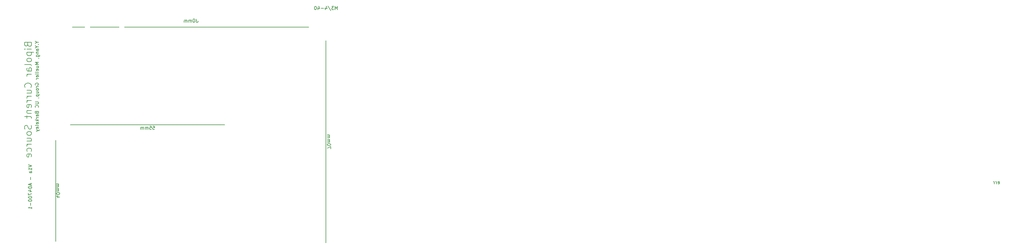
<source format=gbo>
G04 #@! TF.GenerationSoftware,KiCad,Pcbnew,9.0.0*
G04 #@! TF.CreationDate,2025-07-09T11:38:48-07:00*
G04 #@! TF.ProjectId,bipolar_current_driver_ADA4700-1,6269706f-6c61-4725-9f63-757272656e74,rev?*
G04 #@! TF.SameCoordinates,Original*
G04 #@! TF.FileFunction,Legend,Bot*
G04 #@! TF.FilePolarity,Positive*
%FSLAX46Y46*%
G04 Gerber Fmt 4.6, Leading zero omitted, Abs format (unit mm)*
G04 Created by KiCad (PCBNEW 9.0.0) date 2025-07-09 11:38:48*
%MOMM*%
%LPD*%
G01*
G04 APERTURE LIST*
G04 Aperture macros list*
%AMRoundRect*
0 Rectangle with rounded corners*
0 $1 Rounding radius*
0 $2 $3 $4 $5 $6 $7 $8 $9 X,Y pos of 4 corners*
0 Add a 4 corners polygon primitive as box body*
4,1,4,$2,$3,$4,$5,$6,$7,$8,$9,$2,$3,0*
0 Add four circle primitives for the rounded corners*
1,1,$1+$1,$2,$3*
1,1,$1+$1,$4,$5*
1,1,$1+$1,$6,$7*
1,1,$1+$1,$8,$9*
0 Add four rect primitives between the rounded corners*
20,1,$1+$1,$2,$3,$4,$5,0*
20,1,$1+$1,$4,$5,$6,$7,0*
20,1,$1+$1,$6,$7,$8,$9,0*
20,1,$1+$1,$8,$9,$2,$3,0*%
G04 Aperture macros list end*
%ADD10C,0.150000*%
%ADD11C,1.600000*%
%ADD12R,2.420000X5.080000*%
%ADD13RoundRect,0.249999X-1.025001X-1.025001X1.025001X-1.025001X1.025001X1.025001X-1.025001X1.025001X0*%
%ADD14C,2.550000*%
%ADD15RoundRect,0.250000X0.265000X0.615000X-0.265000X0.615000X-0.265000X-0.615000X0.265000X-0.615000X0*%
%ADD16O,1.030000X1.730000*%
%ADD17O,1.600000X1.600000*%
%ADD18C,3.500000*%
%ADD19R,1.905000X2.000000*%
%ADD20O,1.905000X2.000000*%
%ADD21C,3.200000*%
%ADD22R,2.000000X2.000000*%
%ADD23C,2.000000*%
%ADD24C,1.800000*%
%ADD25C,2.400000*%
%ADD26O,2.400000X2.400000*%
%ADD27R,1.600000X1.600000*%
%ADD28R,1.980000X3.960000*%
%ADD29O,1.980000X3.960000*%
G04 APERTURE END LIST*
D10*
X190000000Y-70000000D02*
X190000000Y-130000000D01*
X114860000Y-66040000D02*
X184860000Y-66040000D01*
X114300000Y-95000000D02*
X160020000Y-95000000D01*
X110000000Y-99540000D02*
X110000000Y-129540000D01*
X389048571Y-112482200D02*
X389143809Y-112529819D01*
X389143809Y-112529819D02*
X389334285Y-112529819D01*
X389334285Y-112529819D02*
X389429523Y-112482200D01*
X389429523Y-112482200D02*
X389477142Y-112386961D01*
X389477142Y-112386961D02*
X389477142Y-112006009D01*
X389477142Y-112006009D02*
X389429523Y-111910771D01*
X389429523Y-111910771D02*
X389334285Y-111863152D01*
X389334285Y-111863152D02*
X389143809Y-111863152D01*
X389143809Y-111863152D02*
X389048571Y-111910771D01*
X389048571Y-111910771D02*
X389000952Y-112006009D01*
X389000952Y-112006009D02*
X389000952Y-112101247D01*
X389000952Y-112101247D02*
X389477142Y-112196485D01*
X388572380Y-112529819D02*
X388572380Y-111863152D01*
X388572380Y-112053628D02*
X388524761Y-111958390D01*
X388524761Y-111958390D02*
X388477142Y-111910771D01*
X388477142Y-111910771D02*
X388381904Y-111863152D01*
X388381904Y-111863152D02*
X388286666Y-111863152D01*
X387953332Y-112529819D02*
X387953332Y-111863152D01*
X387953332Y-112053628D02*
X387905713Y-111958390D01*
X387905713Y-111958390D02*
X387858094Y-111910771D01*
X387858094Y-111910771D02*
X387762856Y-111863152D01*
X387762856Y-111863152D02*
X387667618Y-111863152D01*
X138731428Y-95389819D02*
X139207618Y-95389819D01*
X139207618Y-95389819D02*
X139255237Y-95866009D01*
X139255237Y-95866009D02*
X139207618Y-95818390D01*
X139207618Y-95818390D02*
X139112380Y-95770771D01*
X139112380Y-95770771D02*
X138874285Y-95770771D01*
X138874285Y-95770771D02*
X138779047Y-95818390D01*
X138779047Y-95818390D02*
X138731428Y-95866009D01*
X138731428Y-95866009D02*
X138683809Y-95961247D01*
X138683809Y-95961247D02*
X138683809Y-96199342D01*
X138683809Y-96199342D02*
X138731428Y-96294580D01*
X138731428Y-96294580D02*
X138779047Y-96342200D01*
X138779047Y-96342200D02*
X138874285Y-96389819D01*
X138874285Y-96389819D02*
X139112380Y-96389819D01*
X139112380Y-96389819D02*
X139207618Y-96342200D01*
X139207618Y-96342200D02*
X139255237Y-96294580D01*
X137779047Y-95389819D02*
X138255237Y-95389819D01*
X138255237Y-95389819D02*
X138302856Y-95866009D01*
X138302856Y-95866009D02*
X138255237Y-95818390D01*
X138255237Y-95818390D02*
X138159999Y-95770771D01*
X138159999Y-95770771D02*
X137921904Y-95770771D01*
X137921904Y-95770771D02*
X137826666Y-95818390D01*
X137826666Y-95818390D02*
X137779047Y-95866009D01*
X137779047Y-95866009D02*
X137731428Y-95961247D01*
X137731428Y-95961247D02*
X137731428Y-96199342D01*
X137731428Y-96199342D02*
X137779047Y-96294580D01*
X137779047Y-96294580D02*
X137826666Y-96342200D01*
X137826666Y-96342200D02*
X137921904Y-96389819D01*
X137921904Y-96389819D02*
X138159999Y-96389819D01*
X138159999Y-96389819D02*
X138255237Y-96342200D01*
X138255237Y-96342200D02*
X138302856Y-96294580D01*
X137302856Y-96389819D02*
X137302856Y-95723152D01*
X137302856Y-95818390D02*
X137255237Y-95770771D01*
X137255237Y-95770771D02*
X137159999Y-95723152D01*
X137159999Y-95723152D02*
X137017142Y-95723152D01*
X137017142Y-95723152D02*
X136921904Y-95770771D01*
X136921904Y-95770771D02*
X136874285Y-95866009D01*
X136874285Y-95866009D02*
X136874285Y-96389819D01*
X136874285Y-95866009D02*
X136826666Y-95770771D01*
X136826666Y-95770771D02*
X136731428Y-95723152D01*
X136731428Y-95723152D02*
X136588571Y-95723152D01*
X136588571Y-95723152D02*
X136493332Y-95770771D01*
X136493332Y-95770771D02*
X136445713Y-95866009D01*
X136445713Y-95866009D02*
X136445713Y-96389819D01*
X135969523Y-96389819D02*
X135969523Y-95723152D01*
X135969523Y-95818390D02*
X135921904Y-95770771D01*
X135921904Y-95770771D02*
X135826666Y-95723152D01*
X135826666Y-95723152D02*
X135683809Y-95723152D01*
X135683809Y-95723152D02*
X135588571Y-95770771D01*
X135588571Y-95770771D02*
X135540952Y-95866009D01*
X135540952Y-95866009D02*
X135540952Y-96389819D01*
X135540952Y-95866009D02*
X135493333Y-95770771D01*
X135493333Y-95770771D02*
X135398095Y-95723152D01*
X135398095Y-95723152D02*
X135255238Y-95723152D01*
X135255238Y-95723152D02*
X135159999Y-95770771D01*
X135159999Y-95770771D02*
X135112380Y-95866009D01*
X135112380Y-95866009D02*
X135112380Y-96389819D01*
X101869819Y-106873922D02*
X102869819Y-107207255D01*
X102869819Y-107207255D02*
X101869819Y-107540588D01*
X102869819Y-108397731D02*
X102869819Y-107826303D01*
X102869819Y-108112017D02*
X101869819Y-108112017D01*
X101869819Y-108112017D02*
X102012676Y-108016779D01*
X102012676Y-108016779D02*
X102107914Y-107921541D01*
X102107914Y-107921541D02*
X102155533Y-107826303D01*
X102869819Y-109254874D02*
X102346009Y-109254874D01*
X102346009Y-109254874D02*
X102250771Y-109207255D01*
X102250771Y-109207255D02*
X102203152Y-109112017D01*
X102203152Y-109112017D02*
X102203152Y-108921541D01*
X102203152Y-108921541D02*
X102250771Y-108826303D01*
X102822200Y-109254874D02*
X102869819Y-109159636D01*
X102869819Y-109159636D02*
X102869819Y-108921541D01*
X102869819Y-108921541D02*
X102822200Y-108826303D01*
X102822200Y-108826303D02*
X102726961Y-108778684D01*
X102726961Y-108778684D02*
X102631723Y-108778684D01*
X102631723Y-108778684D02*
X102536485Y-108826303D01*
X102536485Y-108826303D02*
X102488866Y-108921541D01*
X102488866Y-108921541D02*
X102488866Y-109159636D01*
X102488866Y-109159636D02*
X102441247Y-109254874D01*
X102488866Y-110492970D02*
X102488866Y-111254875D01*
X102584104Y-112445351D02*
X102584104Y-112921541D01*
X102869819Y-112350113D02*
X101869819Y-112683446D01*
X101869819Y-112683446D02*
X102869819Y-113016779D01*
X102869819Y-113350113D02*
X101869819Y-113350113D01*
X101869819Y-113350113D02*
X101869819Y-113588208D01*
X101869819Y-113588208D02*
X101917438Y-113731065D01*
X101917438Y-113731065D02*
X102012676Y-113826303D01*
X102012676Y-113826303D02*
X102107914Y-113873922D01*
X102107914Y-113873922D02*
X102298390Y-113921541D01*
X102298390Y-113921541D02*
X102441247Y-113921541D01*
X102441247Y-113921541D02*
X102631723Y-113873922D01*
X102631723Y-113873922D02*
X102726961Y-113826303D01*
X102726961Y-113826303D02*
X102822200Y-113731065D01*
X102822200Y-113731065D02*
X102869819Y-113588208D01*
X102869819Y-113588208D02*
X102869819Y-113350113D01*
X102203152Y-114778684D02*
X102869819Y-114778684D01*
X101822200Y-114540589D02*
X102536485Y-114302494D01*
X102536485Y-114302494D02*
X102536485Y-114921541D01*
X101869819Y-115207256D02*
X101869819Y-115873922D01*
X101869819Y-115873922D02*
X102869819Y-115445351D01*
X101869819Y-116445351D02*
X101869819Y-116540589D01*
X101869819Y-116540589D02*
X101917438Y-116635827D01*
X101917438Y-116635827D02*
X101965057Y-116683446D01*
X101965057Y-116683446D02*
X102060295Y-116731065D01*
X102060295Y-116731065D02*
X102250771Y-116778684D01*
X102250771Y-116778684D02*
X102488866Y-116778684D01*
X102488866Y-116778684D02*
X102679342Y-116731065D01*
X102679342Y-116731065D02*
X102774580Y-116683446D01*
X102774580Y-116683446D02*
X102822200Y-116635827D01*
X102822200Y-116635827D02*
X102869819Y-116540589D01*
X102869819Y-116540589D02*
X102869819Y-116445351D01*
X102869819Y-116445351D02*
X102822200Y-116350113D01*
X102822200Y-116350113D02*
X102774580Y-116302494D01*
X102774580Y-116302494D02*
X102679342Y-116254875D01*
X102679342Y-116254875D02*
X102488866Y-116207256D01*
X102488866Y-116207256D02*
X102250771Y-116207256D01*
X102250771Y-116207256D02*
X102060295Y-116254875D01*
X102060295Y-116254875D02*
X101965057Y-116302494D01*
X101965057Y-116302494D02*
X101917438Y-116350113D01*
X101917438Y-116350113D02*
X101869819Y-116445351D01*
X101869819Y-117397732D02*
X101869819Y-117492970D01*
X101869819Y-117492970D02*
X101917438Y-117588208D01*
X101917438Y-117588208D02*
X101965057Y-117635827D01*
X101965057Y-117635827D02*
X102060295Y-117683446D01*
X102060295Y-117683446D02*
X102250771Y-117731065D01*
X102250771Y-117731065D02*
X102488866Y-117731065D01*
X102488866Y-117731065D02*
X102679342Y-117683446D01*
X102679342Y-117683446D02*
X102774580Y-117635827D01*
X102774580Y-117635827D02*
X102822200Y-117588208D01*
X102822200Y-117588208D02*
X102869819Y-117492970D01*
X102869819Y-117492970D02*
X102869819Y-117397732D01*
X102869819Y-117397732D02*
X102822200Y-117302494D01*
X102822200Y-117302494D02*
X102774580Y-117254875D01*
X102774580Y-117254875D02*
X102679342Y-117207256D01*
X102679342Y-117207256D02*
X102488866Y-117159637D01*
X102488866Y-117159637D02*
X102250771Y-117159637D01*
X102250771Y-117159637D02*
X102060295Y-117207256D01*
X102060295Y-117207256D02*
X101965057Y-117254875D01*
X101965057Y-117254875D02*
X101917438Y-117302494D01*
X101917438Y-117302494D02*
X101869819Y-117397732D01*
X102488866Y-118159637D02*
X102488866Y-118921542D01*
X102869819Y-119921541D02*
X102869819Y-119350113D01*
X102869819Y-119635827D02*
X101869819Y-119635827D01*
X101869819Y-119635827D02*
X102012676Y-119540589D01*
X102012676Y-119540589D02*
X102107914Y-119445351D01*
X102107914Y-119445351D02*
X102155533Y-119350113D01*
X101699819Y-71241541D02*
X101795057Y-71527255D01*
X101795057Y-71527255D02*
X101890295Y-71622493D01*
X101890295Y-71622493D02*
X102080771Y-71717731D01*
X102080771Y-71717731D02*
X102366485Y-71717731D01*
X102366485Y-71717731D02*
X102556961Y-71622493D01*
X102556961Y-71622493D02*
X102652200Y-71527255D01*
X102652200Y-71527255D02*
X102747438Y-71336779D01*
X102747438Y-71336779D02*
X102747438Y-70574874D01*
X102747438Y-70574874D02*
X100747438Y-70574874D01*
X100747438Y-70574874D02*
X100747438Y-71241541D01*
X100747438Y-71241541D02*
X100842676Y-71432017D01*
X100842676Y-71432017D02*
X100937914Y-71527255D01*
X100937914Y-71527255D02*
X101128390Y-71622493D01*
X101128390Y-71622493D02*
X101318866Y-71622493D01*
X101318866Y-71622493D02*
X101509342Y-71527255D01*
X101509342Y-71527255D02*
X101604580Y-71432017D01*
X101604580Y-71432017D02*
X101699819Y-71241541D01*
X101699819Y-71241541D02*
X101699819Y-70574874D01*
X102747438Y-72574874D02*
X101414104Y-72574874D01*
X100747438Y-72574874D02*
X100842676Y-72479636D01*
X100842676Y-72479636D02*
X100937914Y-72574874D01*
X100937914Y-72574874D02*
X100842676Y-72670112D01*
X100842676Y-72670112D02*
X100747438Y-72574874D01*
X100747438Y-72574874D02*
X100937914Y-72574874D01*
X101414104Y-73527255D02*
X103414104Y-73527255D01*
X101509342Y-73527255D02*
X101414104Y-73717731D01*
X101414104Y-73717731D02*
X101414104Y-74098684D01*
X101414104Y-74098684D02*
X101509342Y-74289160D01*
X101509342Y-74289160D02*
X101604580Y-74384398D01*
X101604580Y-74384398D02*
X101795057Y-74479636D01*
X101795057Y-74479636D02*
X102366485Y-74479636D01*
X102366485Y-74479636D02*
X102556961Y-74384398D01*
X102556961Y-74384398D02*
X102652200Y-74289160D01*
X102652200Y-74289160D02*
X102747438Y-74098684D01*
X102747438Y-74098684D02*
X102747438Y-73717731D01*
X102747438Y-73717731D02*
X102652200Y-73527255D01*
X102747438Y-75622493D02*
X102652200Y-75432017D01*
X102652200Y-75432017D02*
X102556961Y-75336779D01*
X102556961Y-75336779D02*
X102366485Y-75241541D01*
X102366485Y-75241541D02*
X101795057Y-75241541D01*
X101795057Y-75241541D02*
X101604580Y-75336779D01*
X101604580Y-75336779D02*
X101509342Y-75432017D01*
X101509342Y-75432017D02*
X101414104Y-75622493D01*
X101414104Y-75622493D02*
X101414104Y-75908208D01*
X101414104Y-75908208D02*
X101509342Y-76098684D01*
X101509342Y-76098684D02*
X101604580Y-76193922D01*
X101604580Y-76193922D02*
X101795057Y-76289160D01*
X101795057Y-76289160D02*
X102366485Y-76289160D01*
X102366485Y-76289160D02*
X102556961Y-76193922D01*
X102556961Y-76193922D02*
X102652200Y-76098684D01*
X102652200Y-76098684D02*
X102747438Y-75908208D01*
X102747438Y-75908208D02*
X102747438Y-75622493D01*
X102747438Y-77432017D02*
X102652200Y-77241541D01*
X102652200Y-77241541D02*
X102461723Y-77146303D01*
X102461723Y-77146303D02*
X100747438Y-77146303D01*
X102747438Y-79051065D02*
X101699819Y-79051065D01*
X101699819Y-79051065D02*
X101509342Y-78955827D01*
X101509342Y-78955827D02*
X101414104Y-78765351D01*
X101414104Y-78765351D02*
X101414104Y-78384398D01*
X101414104Y-78384398D02*
X101509342Y-78193922D01*
X102652200Y-79051065D02*
X102747438Y-78860589D01*
X102747438Y-78860589D02*
X102747438Y-78384398D01*
X102747438Y-78384398D02*
X102652200Y-78193922D01*
X102652200Y-78193922D02*
X102461723Y-78098684D01*
X102461723Y-78098684D02*
X102271247Y-78098684D01*
X102271247Y-78098684D02*
X102080771Y-78193922D01*
X102080771Y-78193922D02*
X101985533Y-78384398D01*
X101985533Y-78384398D02*
X101985533Y-78860589D01*
X101985533Y-78860589D02*
X101890295Y-79051065D01*
X102747438Y-80003446D02*
X101414104Y-80003446D01*
X101795057Y-80003446D02*
X101604580Y-80098684D01*
X101604580Y-80098684D02*
X101509342Y-80193922D01*
X101509342Y-80193922D02*
X101414104Y-80384398D01*
X101414104Y-80384398D02*
X101414104Y-80574875D01*
X102556961Y-83908208D02*
X102652200Y-83812970D01*
X102652200Y-83812970D02*
X102747438Y-83527256D01*
X102747438Y-83527256D02*
X102747438Y-83336780D01*
X102747438Y-83336780D02*
X102652200Y-83051065D01*
X102652200Y-83051065D02*
X102461723Y-82860589D01*
X102461723Y-82860589D02*
X102271247Y-82765351D01*
X102271247Y-82765351D02*
X101890295Y-82670113D01*
X101890295Y-82670113D02*
X101604580Y-82670113D01*
X101604580Y-82670113D02*
X101223628Y-82765351D01*
X101223628Y-82765351D02*
X101033152Y-82860589D01*
X101033152Y-82860589D02*
X100842676Y-83051065D01*
X100842676Y-83051065D02*
X100747438Y-83336780D01*
X100747438Y-83336780D02*
X100747438Y-83527256D01*
X100747438Y-83527256D02*
X100842676Y-83812970D01*
X100842676Y-83812970D02*
X100937914Y-83908208D01*
X101414104Y-85622494D02*
X102747438Y-85622494D01*
X101414104Y-84765351D02*
X102461723Y-84765351D01*
X102461723Y-84765351D02*
X102652200Y-84860589D01*
X102652200Y-84860589D02*
X102747438Y-85051065D01*
X102747438Y-85051065D02*
X102747438Y-85336780D01*
X102747438Y-85336780D02*
X102652200Y-85527256D01*
X102652200Y-85527256D02*
X102556961Y-85622494D01*
X102747438Y-86574875D02*
X101414104Y-86574875D01*
X101795057Y-86574875D02*
X101604580Y-86670113D01*
X101604580Y-86670113D02*
X101509342Y-86765351D01*
X101509342Y-86765351D02*
X101414104Y-86955827D01*
X101414104Y-86955827D02*
X101414104Y-87146304D01*
X102747438Y-87812970D02*
X101414104Y-87812970D01*
X101795057Y-87812970D02*
X101604580Y-87908208D01*
X101604580Y-87908208D02*
X101509342Y-88003446D01*
X101509342Y-88003446D02*
X101414104Y-88193922D01*
X101414104Y-88193922D02*
X101414104Y-88384399D01*
X102652200Y-89812970D02*
X102747438Y-89622494D01*
X102747438Y-89622494D02*
X102747438Y-89241541D01*
X102747438Y-89241541D02*
X102652200Y-89051065D01*
X102652200Y-89051065D02*
X102461723Y-88955827D01*
X102461723Y-88955827D02*
X101699819Y-88955827D01*
X101699819Y-88955827D02*
X101509342Y-89051065D01*
X101509342Y-89051065D02*
X101414104Y-89241541D01*
X101414104Y-89241541D02*
X101414104Y-89622494D01*
X101414104Y-89622494D02*
X101509342Y-89812970D01*
X101509342Y-89812970D02*
X101699819Y-89908208D01*
X101699819Y-89908208D02*
X101890295Y-89908208D01*
X101890295Y-89908208D02*
X102080771Y-88955827D01*
X101414104Y-90765351D02*
X102747438Y-90765351D01*
X101604580Y-90765351D02*
X101509342Y-90860589D01*
X101509342Y-90860589D02*
X101414104Y-91051065D01*
X101414104Y-91051065D02*
X101414104Y-91336780D01*
X101414104Y-91336780D02*
X101509342Y-91527256D01*
X101509342Y-91527256D02*
X101699819Y-91622494D01*
X101699819Y-91622494D02*
X102747438Y-91622494D01*
X101414104Y-92289161D02*
X101414104Y-93051065D01*
X100747438Y-92574875D02*
X102461723Y-92574875D01*
X102461723Y-92574875D02*
X102652200Y-92670113D01*
X102652200Y-92670113D02*
X102747438Y-92860589D01*
X102747438Y-92860589D02*
X102747438Y-93051065D01*
X102652200Y-95146304D02*
X102747438Y-95432018D01*
X102747438Y-95432018D02*
X102747438Y-95908209D01*
X102747438Y-95908209D02*
X102652200Y-96098685D01*
X102652200Y-96098685D02*
X102556961Y-96193923D01*
X102556961Y-96193923D02*
X102366485Y-96289161D01*
X102366485Y-96289161D02*
X102176009Y-96289161D01*
X102176009Y-96289161D02*
X101985533Y-96193923D01*
X101985533Y-96193923D02*
X101890295Y-96098685D01*
X101890295Y-96098685D02*
X101795057Y-95908209D01*
X101795057Y-95908209D02*
X101699819Y-95527256D01*
X101699819Y-95527256D02*
X101604580Y-95336780D01*
X101604580Y-95336780D02*
X101509342Y-95241542D01*
X101509342Y-95241542D02*
X101318866Y-95146304D01*
X101318866Y-95146304D02*
X101128390Y-95146304D01*
X101128390Y-95146304D02*
X100937914Y-95241542D01*
X100937914Y-95241542D02*
X100842676Y-95336780D01*
X100842676Y-95336780D02*
X100747438Y-95527256D01*
X100747438Y-95527256D02*
X100747438Y-96003447D01*
X100747438Y-96003447D02*
X100842676Y-96289161D01*
X102747438Y-97432018D02*
X102652200Y-97241542D01*
X102652200Y-97241542D02*
X102556961Y-97146304D01*
X102556961Y-97146304D02*
X102366485Y-97051066D01*
X102366485Y-97051066D02*
X101795057Y-97051066D01*
X101795057Y-97051066D02*
X101604580Y-97146304D01*
X101604580Y-97146304D02*
X101509342Y-97241542D01*
X101509342Y-97241542D02*
X101414104Y-97432018D01*
X101414104Y-97432018D02*
X101414104Y-97717733D01*
X101414104Y-97717733D02*
X101509342Y-97908209D01*
X101509342Y-97908209D02*
X101604580Y-98003447D01*
X101604580Y-98003447D02*
X101795057Y-98098685D01*
X101795057Y-98098685D02*
X102366485Y-98098685D01*
X102366485Y-98098685D02*
X102556961Y-98003447D01*
X102556961Y-98003447D02*
X102652200Y-97908209D01*
X102652200Y-97908209D02*
X102747438Y-97717733D01*
X102747438Y-97717733D02*
X102747438Y-97432018D01*
X101414104Y-99812971D02*
X102747438Y-99812971D01*
X101414104Y-98955828D02*
X102461723Y-98955828D01*
X102461723Y-98955828D02*
X102652200Y-99051066D01*
X102652200Y-99051066D02*
X102747438Y-99241542D01*
X102747438Y-99241542D02*
X102747438Y-99527257D01*
X102747438Y-99527257D02*
X102652200Y-99717733D01*
X102652200Y-99717733D02*
X102556961Y-99812971D01*
X102747438Y-100765352D02*
X101414104Y-100765352D01*
X101795057Y-100765352D02*
X101604580Y-100860590D01*
X101604580Y-100860590D02*
X101509342Y-100955828D01*
X101509342Y-100955828D02*
X101414104Y-101146304D01*
X101414104Y-101146304D02*
X101414104Y-101336781D01*
X102652200Y-102860590D02*
X102747438Y-102670114D01*
X102747438Y-102670114D02*
X102747438Y-102289161D01*
X102747438Y-102289161D02*
X102652200Y-102098685D01*
X102652200Y-102098685D02*
X102556961Y-102003447D01*
X102556961Y-102003447D02*
X102366485Y-101908209D01*
X102366485Y-101908209D02*
X101795057Y-101908209D01*
X101795057Y-101908209D02*
X101604580Y-102003447D01*
X101604580Y-102003447D02*
X101509342Y-102098685D01*
X101509342Y-102098685D02*
X101414104Y-102289161D01*
X101414104Y-102289161D02*
X101414104Y-102670114D01*
X101414104Y-102670114D02*
X101509342Y-102860590D01*
X102652200Y-104479638D02*
X102747438Y-104289162D01*
X102747438Y-104289162D02*
X102747438Y-103908209D01*
X102747438Y-103908209D02*
X102652200Y-103717733D01*
X102652200Y-103717733D02*
X102461723Y-103622495D01*
X102461723Y-103622495D02*
X101699819Y-103622495D01*
X101699819Y-103622495D02*
X101509342Y-103717733D01*
X101509342Y-103717733D02*
X101414104Y-103908209D01*
X101414104Y-103908209D02*
X101414104Y-104289162D01*
X101414104Y-104289162D02*
X101509342Y-104479638D01*
X101509342Y-104479638D02*
X101699819Y-104574876D01*
X101699819Y-104574876D02*
X101890295Y-104574876D01*
X101890295Y-104574876D02*
X102080771Y-103622495D01*
X110796847Y-116159047D02*
X110130180Y-116159047D01*
X111177800Y-116397142D02*
X110463514Y-116635237D01*
X110463514Y-116635237D02*
X110463514Y-116016190D01*
X111130180Y-115444761D02*
X111130180Y-115349523D01*
X111130180Y-115349523D02*
X111082561Y-115254285D01*
X111082561Y-115254285D02*
X111034942Y-115206666D01*
X111034942Y-115206666D02*
X110939704Y-115159047D01*
X110939704Y-115159047D02*
X110749228Y-115111428D01*
X110749228Y-115111428D02*
X110511133Y-115111428D01*
X110511133Y-115111428D02*
X110320657Y-115159047D01*
X110320657Y-115159047D02*
X110225419Y-115206666D01*
X110225419Y-115206666D02*
X110177800Y-115254285D01*
X110177800Y-115254285D02*
X110130180Y-115349523D01*
X110130180Y-115349523D02*
X110130180Y-115444761D01*
X110130180Y-115444761D02*
X110177800Y-115539999D01*
X110177800Y-115539999D02*
X110225419Y-115587618D01*
X110225419Y-115587618D02*
X110320657Y-115635237D01*
X110320657Y-115635237D02*
X110511133Y-115682856D01*
X110511133Y-115682856D02*
X110749228Y-115682856D01*
X110749228Y-115682856D02*
X110939704Y-115635237D01*
X110939704Y-115635237D02*
X111034942Y-115587618D01*
X111034942Y-115587618D02*
X111082561Y-115539999D01*
X111082561Y-115539999D02*
X111130180Y-115444761D01*
X110130180Y-114682856D02*
X110796847Y-114682856D01*
X110701609Y-114682856D02*
X110749228Y-114635237D01*
X110749228Y-114635237D02*
X110796847Y-114539999D01*
X110796847Y-114539999D02*
X110796847Y-114397142D01*
X110796847Y-114397142D02*
X110749228Y-114301904D01*
X110749228Y-114301904D02*
X110653990Y-114254285D01*
X110653990Y-114254285D02*
X110130180Y-114254285D01*
X110653990Y-114254285D02*
X110749228Y-114206666D01*
X110749228Y-114206666D02*
X110796847Y-114111428D01*
X110796847Y-114111428D02*
X110796847Y-113968571D01*
X110796847Y-113968571D02*
X110749228Y-113873332D01*
X110749228Y-113873332D02*
X110653990Y-113825713D01*
X110653990Y-113825713D02*
X110130180Y-113825713D01*
X110130180Y-113349523D02*
X110796847Y-113349523D01*
X110701609Y-113349523D02*
X110749228Y-113301904D01*
X110749228Y-113301904D02*
X110796847Y-113206666D01*
X110796847Y-113206666D02*
X110796847Y-113063809D01*
X110796847Y-113063809D02*
X110749228Y-112968571D01*
X110749228Y-112968571D02*
X110653990Y-112920952D01*
X110653990Y-112920952D02*
X110130180Y-112920952D01*
X110653990Y-112920952D02*
X110749228Y-112873333D01*
X110749228Y-112873333D02*
X110796847Y-112778095D01*
X110796847Y-112778095D02*
X110796847Y-112635238D01*
X110796847Y-112635238D02*
X110749228Y-112539999D01*
X110749228Y-112539999D02*
X110653990Y-112492380D01*
X110653990Y-112492380D02*
X110130180Y-112492380D01*
X104393628Y-70527255D02*
X104869819Y-70527255D01*
X103869819Y-70193922D02*
X104393628Y-70527255D01*
X104393628Y-70527255D02*
X103869819Y-70860588D01*
X104774580Y-71193922D02*
X104822200Y-71241541D01*
X104822200Y-71241541D02*
X104869819Y-71193922D01*
X104869819Y-71193922D02*
X104822200Y-71146303D01*
X104822200Y-71146303D02*
X104774580Y-71193922D01*
X104774580Y-71193922D02*
X104869819Y-71193922D01*
X104393628Y-71860588D02*
X104869819Y-71860588D01*
X103869819Y-71527255D02*
X104393628Y-71860588D01*
X104393628Y-71860588D02*
X103869819Y-72193921D01*
X104869819Y-72955826D02*
X104346009Y-72955826D01*
X104346009Y-72955826D02*
X104250771Y-72908207D01*
X104250771Y-72908207D02*
X104203152Y-72812969D01*
X104203152Y-72812969D02*
X104203152Y-72622493D01*
X104203152Y-72622493D02*
X104250771Y-72527255D01*
X104822200Y-72955826D02*
X104869819Y-72860588D01*
X104869819Y-72860588D02*
X104869819Y-72622493D01*
X104869819Y-72622493D02*
X104822200Y-72527255D01*
X104822200Y-72527255D02*
X104726961Y-72479636D01*
X104726961Y-72479636D02*
X104631723Y-72479636D01*
X104631723Y-72479636D02*
X104536485Y-72527255D01*
X104536485Y-72527255D02*
X104488866Y-72622493D01*
X104488866Y-72622493D02*
X104488866Y-72860588D01*
X104488866Y-72860588D02*
X104441247Y-72955826D01*
X104203152Y-73432017D02*
X104869819Y-73432017D01*
X104298390Y-73432017D02*
X104250771Y-73479636D01*
X104250771Y-73479636D02*
X104203152Y-73574874D01*
X104203152Y-73574874D02*
X104203152Y-73717731D01*
X104203152Y-73717731D02*
X104250771Y-73812969D01*
X104250771Y-73812969D02*
X104346009Y-73860588D01*
X104346009Y-73860588D02*
X104869819Y-73860588D01*
X104203152Y-74765350D02*
X105012676Y-74765350D01*
X105012676Y-74765350D02*
X105107914Y-74717731D01*
X105107914Y-74717731D02*
X105155533Y-74670112D01*
X105155533Y-74670112D02*
X105203152Y-74574874D01*
X105203152Y-74574874D02*
X105203152Y-74432017D01*
X105203152Y-74432017D02*
X105155533Y-74336779D01*
X104822200Y-74765350D02*
X104869819Y-74670112D01*
X104869819Y-74670112D02*
X104869819Y-74479636D01*
X104869819Y-74479636D02*
X104822200Y-74384398D01*
X104822200Y-74384398D02*
X104774580Y-74336779D01*
X104774580Y-74336779D02*
X104679342Y-74289160D01*
X104679342Y-74289160D02*
X104393628Y-74289160D01*
X104393628Y-74289160D02*
X104298390Y-74336779D01*
X104298390Y-74336779D02*
X104250771Y-74384398D01*
X104250771Y-74384398D02*
X104203152Y-74479636D01*
X104203152Y-74479636D02*
X104203152Y-74670112D01*
X104203152Y-74670112D02*
X104250771Y-74765350D01*
X104822200Y-75289160D02*
X104869819Y-75289160D01*
X104869819Y-75289160D02*
X104965057Y-75241541D01*
X104965057Y-75241541D02*
X105012676Y-75193922D01*
X104869819Y-76479636D02*
X103869819Y-76479636D01*
X103869819Y-76479636D02*
X104584104Y-76812969D01*
X104584104Y-76812969D02*
X103869819Y-77146302D01*
X103869819Y-77146302D02*
X104869819Y-77146302D01*
X104203152Y-78051064D02*
X104869819Y-78051064D01*
X104203152Y-77622493D02*
X104726961Y-77622493D01*
X104726961Y-77622493D02*
X104822200Y-77670112D01*
X104822200Y-77670112D02*
X104869819Y-77765350D01*
X104869819Y-77765350D02*
X104869819Y-77908207D01*
X104869819Y-77908207D02*
X104822200Y-78003445D01*
X104822200Y-78003445D02*
X104774580Y-78051064D01*
X104822200Y-78908207D02*
X104869819Y-78812969D01*
X104869819Y-78812969D02*
X104869819Y-78622493D01*
X104869819Y-78622493D02*
X104822200Y-78527255D01*
X104822200Y-78527255D02*
X104726961Y-78479636D01*
X104726961Y-78479636D02*
X104346009Y-78479636D01*
X104346009Y-78479636D02*
X104250771Y-78527255D01*
X104250771Y-78527255D02*
X104203152Y-78622493D01*
X104203152Y-78622493D02*
X104203152Y-78812969D01*
X104203152Y-78812969D02*
X104250771Y-78908207D01*
X104250771Y-78908207D02*
X104346009Y-78955826D01*
X104346009Y-78955826D02*
X104441247Y-78955826D01*
X104441247Y-78955826D02*
X104536485Y-78479636D01*
X104869819Y-79527255D02*
X104822200Y-79432017D01*
X104822200Y-79432017D02*
X104726961Y-79384398D01*
X104726961Y-79384398D02*
X103869819Y-79384398D01*
X104869819Y-80051065D02*
X104822200Y-79955827D01*
X104822200Y-79955827D02*
X104726961Y-79908208D01*
X104726961Y-79908208D02*
X103869819Y-79908208D01*
X104822200Y-80812970D02*
X104869819Y-80717732D01*
X104869819Y-80717732D02*
X104869819Y-80527256D01*
X104869819Y-80527256D02*
X104822200Y-80432018D01*
X104822200Y-80432018D02*
X104726961Y-80384399D01*
X104726961Y-80384399D02*
X104346009Y-80384399D01*
X104346009Y-80384399D02*
X104250771Y-80432018D01*
X104250771Y-80432018D02*
X104203152Y-80527256D01*
X104203152Y-80527256D02*
X104203152Y-80717732D01*
X104203152Y-80717732D02*
X104250771Y-80812970D01*
X104250771Y-80812970D02*
X104346009Y-80860589D01*
X104346009Y-80860589D02*
X104441247Y-80860589D01*
X104441247Y-80860589D02*
X104536485Y-80384399D01*
X104869819Y-81289161D02*
X104203152Y-81289161D01*
X104393628Y-81289161D02*
X104298390Y-81336780D01*
X104298390Y-81336780D02*
X104250771Y-81384399D01*
X104250771Y-81384399D02*
X104203152Y-81479637D01*
X104203152Y-81479637D02*
X104203152Y-81574875D01*
X103917438Y-83193923D02*
X103869819Y-83098685D01*
X103869819Y-83098685D02*
X103869819Y-82955828D01*
X103869819Y-82955828D02*
X103917438Y-82812971D01*
X103917438Y-82812971D02*
X104012676Y-82717733D01*
X104012676Y-82717733D02*
X104107914Y-82670114D01*
X104107914Y-82670114D02*
X104298390Y-82622495D01*
X104298390Y-82622495D02*
X104441247Y-82622495D01*
X104441247Y-82622495D02*
X104631723Y-82670114D01*
X104631723Y-82670114D02*
X104726961Y-82717733D01*
X104726961Y-82717733D02*
X104822200Y-82812971D01*
X104822200Y-82812971D02*
X104869819Y-82955828D01*
X104869819Y-82955828D02*
X104869819Y-83051066D01*
X104869819Y-83051066D02*
X104822200Y-83193923D01*
X104822200Y-83193923D02*
X104774580Y-83241542D01*
X104774580Y-83241542D02*
X104441247Y-83241542D01*
X104441247Y-83241542D02*
X104441247Y-83051066D01*
X104869819Y-83670114D02*
X104203152Y-83670114D01*
X104393628Y-83670114D02*
X104298390Y-83717733D01*
X104298390Y-83717733D02*
X104250771Y-83765352D01*
X104250771Y-83765352D02*
X104203152Y-83860590D01*
X104203152Y-83860590D02*
X104203152Y-83955828D01*
X104869819Y-84432019D02*
X104822200Y-84336781D01*
X104822200Y-84336781D02*
X104774580Y-84289162D01*
X104774580Y-84289162D02*
X104679342Y-84241543D01*
X104679342Y-84241543D02*
X104393628Y-84241543D01*
X104393628Y-84241543D02*
X104298390Y-84289162D01*
X104298390Y-84289162D02*
X104250771Y-84336781D01*
X104250771Y-84336781D02*
X104203152Y-84432019D01*
X104203152Y-84432019D02*
X104203152Y-84574876D01*
X104203152Y-84574876D02*
X104250771Y-84670114D01*
X104250771Y-84670114D02*
X104298390Y-84717733D01*
X104298390Y-84717733D02*
X104393628Y-84765352D01*
X104393628Y-84765352D02*
X104679342Y-84765352D01*
X104679342Y-84765352D02*
X104774580Y-84717733D01*
X104774580Y-84717733D02*
X104822200Y-84670114D01*
X104822200Y-84670114D02*
X104869819Y-84574876D01*
X104869819Y-84574876D02*
X104869819Y-84432019D01*
X104203152Y-85622495D02*
X104869819Y-85622495D01*
X104203152Y-85193924D02*
X104726961Y-85193924D01*
X104726961Y-85193924D02*
X104822200Y-85241543D01*
X104822200Y-85241543D02*
X104869819Y-85336781D01*
X104869819Y-85336781D02*
X104869819Y-85479638D01*
X104869819Y-85479638D02*
X104822200Y-85574876D01*
X104822200Y-85574876D02*
X104774580Y-85622495D01*
X104203152Y-86098686D02*
X105203152Y-86098686D01*
X104250771Y-86098686D02*
X104203152Y-86193924D01*
X104203152Y-86193924D02*
X104203152Y-86384400D01*
X104203152Y-86384400D02*
X104250771Y-86479638D01*
X104250771Y-86479638D02*
X104298390Y-86527257D01*
X104298390Y-86527257D02*
X104393628Y-86574876D01*
X104393628Y-86574876D02*
X104679342Y-86574876D01*
X104679342Y-86574876D02*
X104774580Y-86527257D01*
X104774580Y-86527257D02*
X104822200Y-86479638D01*
X104822200Y-86479638D02*
X104869819Y-86384400D01*
X104869819Y-86384400D02*
X104869819Y-86193924D01*
X104869819Y-86193924D02*
X104822200Y-86098686D01*
X104822200Y-87051067D02*
X104869819Y-87051067D01*
X104869819Y-87051067D02*
X104965057Y-87003448D01*
X104965057Y-87003448D02*
X105012676Y-86955829D01*
X103869819Y-88241543D02*
X104679342Y-88241543D01*
X104679342Y-88241543D02*
X104774580Y-88289162D01*
X104774580Y-88289162D02*
X104822200Y-88336781D01*
X104822200Y-88336781D02*
X104869819Y-88432019D01*
X104869819Y-88432019D02*
X104869819Y-88622495D01*
X104869819Y-88622495D02*
X104822200Y-88717733D01*
X104822200Y-88717733D02*
X104774580Y-88765352D01*
X104774580Y-88765352D02*
X104679342Y-88812971D01*
X104679342Y-88812971D02*
X103869819Y-88812971D01*
X104774580Y-89860590D02*
X104822200Y-89812971D01*
X104822200Y-89812971D02*
X104869819Y-89670114D01*
X104869819Y-89670114D02*
X104869819Y-89574876D01*
X104869819Y-89574876D02*
X104822200Y-89432019D01*
X104822200Y-89432019D02*
X104726961Y-89336781D01*
X104726961Y-89336781D02*
X104631723Y-89289162D01*
X104631723Y-89289162D02*
X104441247Y-89241543D01*
X104441247Y-89241543D02*
X104298390Y-89241543D01*
X104298390Y-89241543D02*
X104107914Y-89289162D01*
X104107914Y-89289162D02*
X104012676Y-89336781D01*
X104012676Y-89336781D02*
X103917438Y-89432019D01*
X103917438Y-89432019D02*
X103869819Y-89574876D01*
X103869819Y-89574876D02*
X103869819Y-89670114D01*
X103869819Y-89670114D02*
X103917438Y-89812971D01*
X103917438Y-89812971D02*
X103965057Y-89860590D01*
X104346009Y-91384400D02*
X104393628Y-91527257D01*
X104393628Y-91527257D02*
X104441247Y-91574876D01*
X104441247Y-91574876D02*
X104536485Y-91622495D01*
X104536485Y-91622495D02*
X104679342Y-91622495D01*
X104679342Y-91622495D02*
X104774580Y-91574876D01*
X104774580Y-91574876D02*
X104822200Y-91527257D01*
X104822200Y-91527257D02*
X104869819Y-91432019D01*
X104869819Y-91432019D02*
X104869819Y-91051067D01*
X104869819Y-91051067D02*
X103869819Y-91051067D01*
X103869819Y-91051067D02*
X103869819Y-91384400D01*
X103869819Y-91384400D02*
X103917438Y-91479638D01*
X103917438Y-91479638D02*
X103965057Y-91527257D01*
X103965057Y-91527257D02*
X104060295Y-91574876D01*
X104060295Y-91574876D02*
X104155533Y-91574876D01*
X104155533Y-91574876D02*
X104250771Y-91527257D01*
X104250771Y-91527257D02*
X104298390Y-91479638D01*
X104298390Y-91479638D02*
X104346009Y-91384400D01*
X104346009Y-91384400D02*
X104346009Y-91051067D01*
X104822200Y-92432019D02*
X104869819Y-92336781D01*
X104869819Y-92336781D02*
X104869819Y-92146305D01*
X104869819Y-92146305D02*
X104822200Y-92051067D01*
X104822200Y-92051067D02*
X104726961Y-92003448D01*
X104726961Y-92003448D02*
X104346009Y-92003448D01*
X104346009Y-92003448D02*
X104250771Y-92051067D01*
X104250771Y-92051067D02*
X104203152Y-92146305D01*
X104203152Y-92146305D02*
X104203152Y-92336781D01*
X104203152Y-92336781D02*
X104250771Y-92432019D01*
X104250771Y-92432019D02*
X104346009Y-92479638D01*
X104346009Y-92479638D02*
X104441247Y-92479638D01*
X104441247Y-92479638D02*
X104536485Y-92003448D01*
X104869819Y-92908210D02*
X104203152Y-92908210D01*
X104393628Y-92908210D02*
X104298390Y-92955829D01*
X104298390Y-92955829D02*
X104250771Y-93003448D01*
X104250771Y-93003448D02*
X104203152Y-93098686D01*
X104203152Y-93098686D02*
X104203152Y-93193924D01*
X104869819Y-93527258D02*
X103869819Y-93527258D01*
X104488866Y-93622496D02*
X104869819Y-93908210D01*
X104203152Y-93908210D02*
X104584104Y-93527258D01*
X104822200Y-94717734D02*
X104869819Y-94622496D01*
X104869819Y-94622496D02*
X104869819Y-94432020D01*
X104869819Y-94432020D02*
X104822200Y-94336782D01*
X104822200Y-94336782D02*
X104726961Y-94289163D01*
X104726961Y-94289163D02*
X104346009Y-94289163D01*
X104346009Y-94289163D02*
X104250771Y-94336782D01*
X104250771Y-94336782D02*
X104203152Y-94432020D01*
X104203152Y-94432020D02*
X104203152Y-94622496D01*
X104203152Y-94622496D02*
X104250771Y-94717734D01*
X104250771Y-94717734D02*
X104346009Y-94765353D01*
X104346009Y-94765353D02*
X104441247Y-94765353D01*
X104441247Y-94765353D02*
X104536485Y-94289163D01*
X104869819Y-95336782D02*
X104822200Y-95241544D01*
X104822200Y-95241544D02*
X104726961Y-95193925D01*
X104726961Y-95193925D02*
X103869819Y-95193925D01*
X104822200Y-96098687D02*
X104869819Y-96003449D01*
X104869819Y-96003449D02*
X104869819Y-95812973D01*
X104869819Y-95812973D02*
X104822200Y-95717735D01*
X104822200Y-95717735D02*
X104726961Y-95670116D01*
X104726961Y-95670116D02*
X104346009Y-95670116D01*
X104346009Y-95670116D02*
X104250771Y-95717735D01*
X104250771Y-95717735D02*
X104203152Y-95812973D01*
X104203152Y-95812973D02*
X104203152Y-96003449D01*
X104203152Y-96003449D02*
X104250771Y-96098687D01*
X104250771Y-96098687D02*
X104346009Y-96146306D01*
X104346009Y-96146306D02*
X104441247Y-96146306D01*
X104441247Y-96146306D02*
X104536485Y-95670116D01*
X104203152Y-96479640D02*
X104869819Y-96717735D01*
X104203152Y-96955830D02*
X104869819Y-96717735D01*
X104869819Y-96717735D02*
X105107914Y-96622497D01*
X105107914Y-96622497D02*
X105155533Y-96574878D01*
X105155533Y-96574878D02*
X105203152Y-96479640D01*
X193380951Y-60869819D02*
X193380951Y-59869819D01*
X193380951Y-59869819D02*
X193047618Y-60584104D01*
X193047618Y-60584104D02*
X192714285Y-59869819D01*
X192714285Y-59869819D02*
X192714285Y-60869819D01*
X192333332Y-59869819D02*
X191714285Y-59869819D01*
X191714285Y-59869819D02*
X192047618Y-60250771D01*
X192047618Y-60250771D02*
X191904761Y-60250771D01*
X191904761Y-60250771D02*
X191809523Y-60298390D01*
X191809523Y-60298390D02*
X191761904Y-60346009D01*
X191761904Y-60346009D02*
X191714285Y-60441247D01*
X191714285Y-60441247D02*
X191714285Y-60679342D01*
X191714285Y-60679342D02*
X191761904Y-60774580D01*
X191761904Y-60774580D02*
X191809523Y-60822200D01*
X191809523Y-60822200D02*
X191904761Y-60869819D01*
X191904761Y-60869819D02*
X192190475Y-60869819D01*
X192190475Y-60869819D02*
X192285713Y-60822200D01*
X192285713Y-60822200D02*
X192333332Y-60774580D01*
X190571428Y-59822200D02*
X191428570Y-61107914D01*
X189809523Y-60203152D02*
X189809523Y-60869819D01*
X190047618Y-59822200D02*
X190285713Y-60536485D01*
X190285713Y-60536485D02*
X189666666Y-60536485D01*
X189285713Y-60488866D02*
X188523809Y-60488866D01*
X187619047Y-60203152D02*
X187619047Y-60869819D01*
X187857142Y-59822200D02*
X188095237Y-60536485D01*
X188095237Y-60536485D02*
X187476190Y-60536485D01*
X186904761Y-59869819D02*
X186809523Y-59869819D01*
X186809523Y-59869819D02*
X186714285Y-59917438D01*
X186714285Y-59917438D02*
X186666666Y-59965057D01*
X186666666Y-59965057D02*
X186619047Y-60060295D01*
X186619047Y-60060295D02*
X186571428Y-60250771D01*
X186571428Y-60250771D02*
X186571428Y-60488866D01*
X186571428Y-60488866D02*
X186619047Y-60679342D01*
X186619047Y-60679342D02*
X186666666Y-60774580D01*
X186666666Y-60774580D02*
X186714285Y-60822200D01*
X186714285Y-60822200D02*
X186809523Y-60869819D01*
X186809523Y-60869819D02*
X186904761Y-60869819D01*
X186904761Y-60869819D02*
X186999999Y-60822200D01*
X186999999Y-60822200D02*
X187047618Y-60774580D01*
X187047618Y-60774580D02*
X187095237Y-60679342D01*
X187095237Y-60679342D02*
X187142856Y-60488866D01*
X187142856Y-60488866D02*
X187142856Y-60250771D01*
X187142856Y-60250771D02*
X187095237Y-60060295D01*
X187095237Y-60060295D02*
X187047618Y-59965057D01*
X187047618Y-59965057D02*
X186999999Y-59917438D01*
X186999999Y-59917438D02*
X186904761Y-59869819D01*
X191380180Y-102142856D02*
X191380180Y-101476190D01*
X191380180Y-101476190D02*
X190380180Y-101904761D01*
X191380180Y-100904761D02*
X191380180Y-100809523D01*
X191380180Y-100809523D02*
X191332561Y-100714285D01*
X191332561Y-100714285D02*
X191284942Y-100666666D01*
X191284942Y-100666666D02*
X191189704Y-100619047D01*
X191189704Y-100619047D02*
X190999228Y-100571428D01*
X190999228Y-100571428D02*
X190761133Y-100571428D01*
X190761133Y-100571428D02*
X190570657Y-100619047D01*
X190570657Y-100619047D02*
X190475419Y-100666666D01*
X190475419Y-100666666D02*
X190427800Y-100714285D01*
X190427800Y-100714285D02*
X190380180Y-100809523D01*
X190380180Y-100809523D02*
X190380180Y-100904761D01*
X190380180Y-100904761D02*
X190427800Y-100999999D01*
X190427800Y-100999999D02*
X190475419Y-101047618D01*
X190475419Y-101047618D02*
X190570657Y-101095237D01*
X190570657Y-101095237D02*
X190761133Y-101142856D01*
X190761133Y-101142856D02*
X190999228Y-101142856D01*
X190999228Y-101142856D02*
X191189704Y-101095237D01*
X191189704Y-101095237D02*
X191284942Y-101047618D01*
X191284942Y-101047618D02*
X191332561Y-100999999D01*
X191332561Y-100999999D02*
X191380180Y-100904761D01*
X190380180Y-100142856D02*
X191046847Y-100142856D01*
X190951609Y-100142856D02*
X190999228Y-100095237D01*
X190999228Y-100095237D02*
X191046847Y-99999999D01*
X191046847Y-99999999D02*
X191046847Y-99857142D01*
X191046847Y-99857142D02*
X190999228Y-99761904D01*
X190999228Y-99761904D02*
X190903990Y-99714285D01*
X190903990Y-99714285D02*
X190380180Y-99714285D01*
X190903990Y-99714285D02*
X190999228Y-99666666D01*
X190999228Y-99666666D02*
X191046847Y-99571428D01*
X191046847Y-99571428D02*
X191046847Y-99428571D01*
X191046847Y-99428571D02*
X190999228Y-99333332D01*
X190999228Y-99333332D02*
X190903990Y-99285713D01*
X190903990Y-99285713D02*
X190380180Y-99285713D01*
X190380180Y-98809523D02*
X191046847Y-98809523D01*
X190951609Y-98809523D02*
X190999228Y-98761904D01*
X190999228Y-98761904D02*
X191046847Y-98666666D01*
X191046847Y-98666666D02*
X191046847Y-98523809D01*
X191046847Y-98523809D02*
X190999228Y-98428571D01*
X190999228Y-98428571D02*
X190903990Y-98380952D01*
X190903990Y-98380952D02*
X190380180Y-98380952D01*
X190903990Y-98380952D02*
X190999228Y-98333333D01*
X190999228Y-98333333D02*
X191046847Y-98238095D01*
X191046847Y-98238095D02*
X191046847Y-98095238D01*
X191046847Y-98095238D02*
X190999228Y-97999999D01*
X190999228Y-97999999D02*
X190903990Y-97952380D01*
X190903990Y-97952380D02*
X190380180Y-97952380D01*
X151904761Y-64048390D02*
X151999999Y-64000771D01*
X151999999Y-64000771D02*
X152047618Y-63953152D01*
X152047618Y-63953152D02*
X152095237Y-63857914D01*
X152095237Y-63857914D02*
X152095237Y-63810295D01*
X152095237Y-63810295D02*
X152047618Y-63715057D01*
X152047618Y-63715057D02*
X151999999Y-63667438D01*
X151999999Y-63667438D02*
X151904761Y-63619819D01*
X151904761Y-63619819D02*
X151714285Y-63619819D01*
X151714285Y-63619819D02*
X151619047Y-63667438D01*
X151619047Y-63667438D02*
X151571428Y-63715057D01*
X151571428Y-63715057D02*
X151523809Y-63810295D01*
X151523809Y-63810295D02*
X151523809Y-63857914D01*
X151523809Y-63857914D02*
X151571428Y-63953152D01*
X151571428Y-63953152D02*
X151619047Y-64000771D01*
X151619047Y-64000771D02*
X151714285Y-64048390D01*
X151714285Y-64048390D02*
X151904761Y-64048390D01*
X151904761Y-64048390D02*
X151999999Y-64096009D01*
X151999999Y-64096009D02*
X152047618Y-64143628D01*
X152047618Y-64143628D02*
X152095237Y-64238866D01*
X152095237Y-64238866D02*
X152095237Y-64429342D01*
X152095237Y-64429342D02*
X152047618Y-64524580D01*
X152047618Y-64524580D02*
X151999999Y-64572200D01*
X151999999Y-64572200D02*
X151904761Y-64619819D01*
X151904761Y-64619819D02*
X151714285Y-64619819D01*
X151714285Y-64619819D02*
X151619047Y-64572200D01*
X151619047Y-64572200D02*
X151571428Y-64524580D01*
X151571428Y-64524580D02*
X151523809Y-64429342D01*
X151523809Y-64429342D02*
X151523809Y-64238866D01*
X151523809Y-64238866D02*
X151571428Y-64143628D01*
X151571428Y-64143628D02*
X151619047Y-64096009D01*
X151619047Y-64096009D02*
X151714285Y-64048390D01*
X150904761Y-63619819D02*
X150809523Y-63619819D01*
X150809523Y-63619819D02*
X150714285Y-63667438D01*
X150714285Y-63667438D02*
X150666666Y-63715057D01*
X150666666Y-63715057D02*
X150619047Y-63810295D01*
X150619047Y-63810295D02*
X150571428Y-64000771D01*
X150571428Y-64000771D02*
X150571428Y-64238866D01*
X150571428Y-64238866D02*
X150619047Y-64429342D01*
X150619047Y-64429342D02*
X150666666Y-64524580D01*
X150666666Y-64524580D02*
X150714285Y-64572200D01*
X150714285Y-64572200D02*
X150809523Y-64619819D01*
X150809523Y-64619819D02*
X150904761Y-64619819D01*
X150904761Y-64619819D02*
X150999999Y-64572200D01*
X150999999Y-64572200D02*
X151047618Y-64524580D01*
X151047618Y-64524580D02*
X151095237Y-64429342D01*
X151095237Y-64429342D02*
X151142856Y-64238866D01*
X151142856Y-64238866D02*
X151142856Y-64000771D01*
X151142856Y-64000771D02*
X151095237Y-63810295D01*
X151095237Y-63810295D02*
X151047618Y-63715057D01*
X151047618Y-63715057D02*
X150999999Y-63667438D01*
X150999999Y-63667438D02*
X150904761Y-63619819D01*
X150142856Y-64619819D02*
X150142856Y-63953152D01*
X150142856Y-64048390D02*
X150095237Y-64000771D01*
X150095237Y-64000771D02*
X149999999Y-63953152D01*
X149999999Y-63953152D02*
X149857142Y-63953152D01*
X149857142Y-63953152D02*
X149761904Y-64000771D01*
X149761904Y-64000771D02*
X149714285Y-64096009D01*
X149714285Y-64096009D02*
X149714285Y-64619819D01*
X149714285Y-64096009D02*
X149666666Y-64000771D01*
X149666666Y-64000771D02*
X149571428Y-63953152D01*
X149571428Y-63953152D02*
X149428571Y-63953152D01*
X149428571Y-63953152D02*
X149333332Y-64000771D01*
X149333332Y-64000771D02*
X149285713Y-64096009D01*
X149285713Y-64096009D02*
X149285713Y-64619819D01*
X148809523Y-64619819D02*
X148809523Y-63953152D01*
X148809523Y-64048390D02*
X148761904Y-64000771D01*
X148761904Y-64000771D02*
X148666666Y-63953152D01*
X148666666Y-63953152D02*
X148523809Y-63953152D01*
X148523809Y-63953152D02*
X148428571Y-64000771D01*
X148428571Y-64000771D02*
X148380952Y-64096009D01*
X148380952Y-64096009D02*
X148380952Y-64619819D01*
X148380952Y-64096009D02*
X148333333Y-64000771D01*
X148333333Y-64000771D02*
X148238095Y-63953152D01*
X148238095Y-63953152D02*
X148095238Y-63953152D01*
X148095238Y-63953152D02*
X147999999Y-64000771D01*
X147999999Y-64000771D02*
X147952380Y-64096009D01*
X147952380Y-64096009D02*
X147952380Y-64619819D01*
%LPC*%
D11*
X137160000Y-78740000D03*
X132160000Y-78740000D03*
D12*
X185620000Y-146930000D03*
X194380000Y-146930000D03*
D13*
X146900000Y-55000000D03*
D14*
X151700000Y-55000000D03*
X156500000Y-55000000D03*
X161300000Y-55000000D03*
X166100000Y-55000000D03*
D15*
X141000000Y-55500000D03*
D16*
X139500000Y-55500000D03*
X138000000Y-55500000D03*
X136500000Y-55500000D03*
X135000000Y-55500000D03*
X133500000Y-55500000D03*
X132000000Y-55500000D03*
X130500000Y-55500000D03*
X129000000Y-55500000D03*
X127500000Y-55500000D03*
D11*
X154940000Y-71120000D03*
D17*
X154940000Y-81280000D03*
D18*
X157480000Y-123340000D03*
D19*
X154940000Y-106680000D03*
D20*
X157480000Y-106680000D03*
X160020000Y-106680000D03*
D21*
X150000000Y-100000000D03*
X190000000Y-135000000D03*
D18*
X172720000Y-123340000D03*
D22*
X170180000Y-106680000D03*
D23*
X175260000Y-106680000D03*
D21*
X110000000Y-65000000D03*
D12*
X137620000Y-146930000D03*
X146380000Y-146930000D03*
D21*
X165000000Y-95000000D03*
X190000000Y-65000000D03*
D11*
X154940000Y-83820000D03*
D17*
X154940000Y-93980000D03*
D21*
X110000000Y-135000000D03*
D18*
X127000000Y-123340000D03*
D19*
X124460000Y-106680000D03*
D20*
X127000000Y-106680000D03*
X129540000Y-106680000D03*
D11*
X129620000Y-83820000D03*
X134620000Y-83820000D03*
D24*
X172600000Y-137720000D03*
X165100000Y-134620000D03*
D25*
X182880000Y-106680000D03*
D26*
X182880000Y-137160000D03*
D12*
X121620000Y-146930000D03*
X130380000Y-146930000D03*
D11*
X127000000Y-73660000D03*
D17*
X127000000Y-83820000D03*
D11*
X139700000Y-83820000D03*
D17*
X139700000Y-93980000D03*
D18*
X142240000Y-123340000D03*
D19*
X139700000Y-106680000D03*
D20*
X142240000Y-106680000D03*
X144780000Y-106680000D03*
D15*
X121000000Y-55500000D03*
D16*
X119500000Y-55500000D03*
X118000000Y-55500000D03*
X116500000Y-55500000D03*
X115000000Y-55500000D03*
X113500000Y-55500000D03*
X112000000Y-55500000D03*
X110500000Y-55500000D03*
X109000000Y-55500000D03*
X107500000Y-55500000D03*
D12*
X153620000Y-146930000D03*
X162380000Y-146930000D03*
D11*
X119380000Y-81280000D03*
D17*
X119380000Y-71120000D03*
D11*
X175260000Y-93980000D03*
D17*
X175260000Y-83820000D03*
D12*
X169620000Y-146930000D03*
X178380000Y-146930000D03*
D27*
X129540000Y-63500000D03*
D17*
X119380000Y-63500000D03*
D28*
X172800000Y-58420000D03*
D29*
X177800000Y-58420000D03*
D12*
X105620000Y-146930000D03*
X114380000Y-146930000D03*
D11*
X147400000Y-63500000D03*
X152400000Y-63500000D03*
D27*
X129540000Y-66040000D03*
D17*
X119380000Y-66040000D03*
D21*
X110000000Y-95000000D03*
%LPD*%
M02*

</source>
